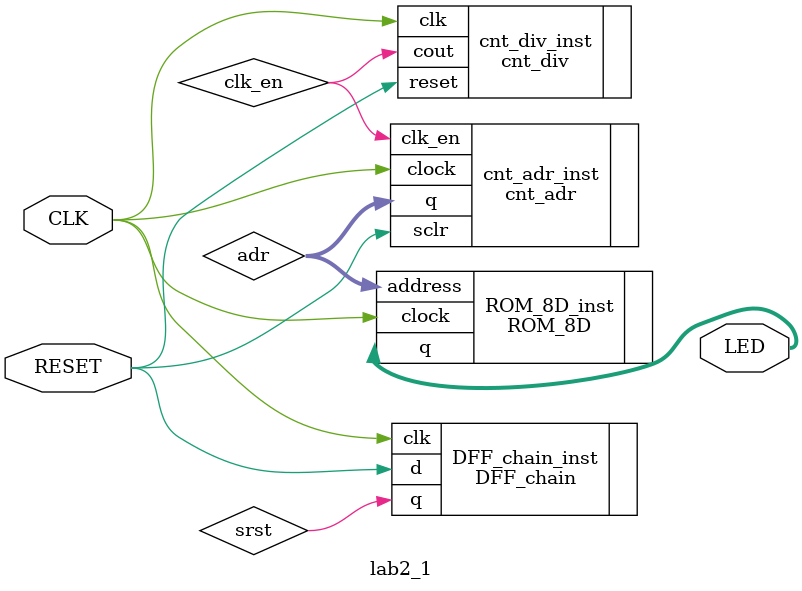
<source format=v>
module lab2_1
#(parameter div_by = 25)
(
	input CLK,
	input RESET,
	output [7:0] LED
);

wire [4:0] adr;
wire clk_en;
wire srst;

DFF_chain DFF_chain_inst (
	.clk	(CLK),
	.d		(RESET),
	.q		(srst)
);

cnt_div #(div_by) cnt_div_inst (
	.clk		(CLK),
	.reset	(RESET),
	.cout		(clk_en)
);

cnt_adr cnt_adr_inst (
	.clock	(CLK),
	.sclr		(RESET),
	.clk_en	(clk_en),
	.q			(adr)
);

ROM_8D ROM_8D_inst (
	.clock	(CLK),
	.address	(adr),
	.q			(LED)
);

endmodule

</source>
